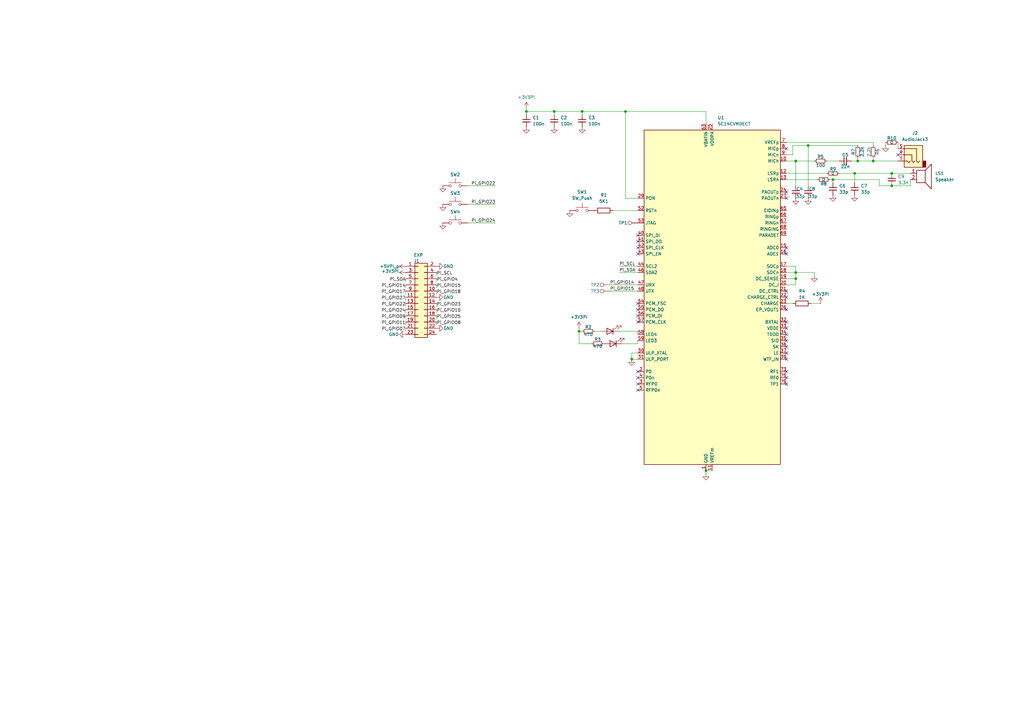
<source format=kicad_sch>
(kicad_sch (version 20231120) (generator "eeschema") (generator_version "8.0")
  (paper "A3")
  (lib_symbols
    (symbol "Connector:TestPoint" (pin_numbers hide) (pin_names (offset 0.762) hide)
      (property "Reference" "TP" (at 0 6.858 0))
      (property "Value" "TestPoint" (at 0 5.08 0))
      (symbol "TestPoint_0_1"
        (circle (center 0 3.302) (radius 0.762))
      )
      (symbol "TestPoint_1_1"
        (pin passive line (at 0 0 90) (length 2.54) (name "1") (number "1"))
      )
    )
    (symbol "Connector_Audio:AudioJack3"
      (property "Reference" "J" (at 0 8.89 0))
      (property "Value" "AudioJack3" (at 0 6.35 0))
      (symbol "AudioJack3_0_1"
        (rectangle (start -5.08 -5.08) (end -6.35 -2.54) (stroke (width 0.254)) (fill (type outline)))
        (polyline (pts (xy 0 -2.54) (xy 0.635 -3.175) (xy 1.27 -2.54) (xy 2.54 -2.54)) (stroke (width 0.254)))
        (polyline (pts (xy -1.905 -2.54) (xy -1.27 -3.175) (xy -0.635 -2.54) (xy -0.635 0) (xy 2.54 0)) (stroke (width 0.254)))
        (polyline (pts (xy 2.54 2.54) (xy -2.54 2.54) (xy -2.54 -2.54) (xy -3.175 -3.175) (xy -3.81 -2.54)) (stroke (width 0.254)))
        (rectangle (start 2.54 3.81) (end -5.08 -5.08) (stroke (width 0.254)) (fill (type background)))
      )
      (symbol "AudioJack3_1_1"
        (pin passive line (at 5.08 0 180) (length 2.54) (name "~") (number "R"))
        (pin passive line (at 5.08 2.54 180) (length 2.54) (name "~") (number "S"))
        (pin passive line (at 5.08 -2.54 180) (length 2.54) (name "~") (number "T"))
      )
    )
    (symbol "Connector_Generic:Conn_02x12_Odd_Even" (pin_names (offset 1.016) hide)
      (property "Reference" "J" (at 1.27 15.24 0))
      (property "Value" "Conn_02x12_Odd_Even" (at 1.27 -17.78 0))
      (symbol "Conn_02x12_Odd_Even_1_1"
        (rectangle (start -1.27 -15.113) (end 0 -15.367) (stroke (width 0.1524)))
        (rectangle (start -1.27 -12.573) (end 0 -12.827) (stroke (width 0.1524)))
        (rectangle (start -1.27 -10.033) (end 0 -10.287) (stroke (width 0.1524)))
        (rectangle (start -1.27 -7.493) (end 0 -7.747) (stroke (width 0.1524)))
        (rectangle (start -1.27 -4.953) (end 0 -5.207) (stroke (width 0.1524)))
        (rectangle (start -1.27 -2.413) (end 0 -2.667) (stroke (width 0.1524)))
        (rectangle (start -1.27 0.127) (end 0 -0.127) (stroke (width 0.1524)))
        (rectangle (start -1.27 2.667) (end 0 2.413) (stroke (width 0.1524)))
        (rectangle (start -1.27 5.207) (end 0 4.953) (stroke (width 0.1524)))
        (rectangle (start -1.27 7.747) (end 0 7.493) (stroke (width 0.1524)))
        (rectangle (start -1.27 10.287) (end 0 10.033) (stroke (width 0.1524)))
        (rectangle (start -1.27 12.827) (end 0 12.573) (stroke (width 0.1524)))
        (rectangle (start -1.27 13.97) (end 3.81 -16.51) (stroke (width 0.254)) (fill (type background)))
        (rectangle (start 3.81 -15.113) (end 2.54 -15.367) (stroke (width 0.1524)))
        (rectangle (start 3.81 -12.573) (end 2.54 -12.827) (stroke (width 0.1524)))
        (rectangle (start 3.81 -10.033) (end 2.54 -10.287) (stroke (width 0.1524)))
        (rectangle (start 3.81 -7.493) (end 2.54 -7.747) (stroke (width 0.1524)))
        (rectangle (start 3.81 -4.953) (end 2.54 -5.207) (stroke (width 0.1524)))
        (rectangle (start 3.81 -2.413) (end 2.54 -2.667) (stroke (width 0.1524)))
        (rectangle (start 3.81 0.127) (end 2.54 -0.127) (stroke (width 0.1524)))
        (rectangle (start 3.81 2.667) (end 2.54 2.413) (stroke (width 0.1524)))
        (rectangle (start 3.81 5.207) (end 2.54 4.953) (stroke (width 0.1524)))
        (rectangle (start 3.81 7.747) (end 2.54 7.493) (stroke (width 0.1524)))
        (rectangle (start 3.81 10.287) (end 2.54 10.033) (stroke (width 0.1524)))
        (rectangle (start 3.81 12.827) (end 2.54 12.573) (stroke (width 0.1524)))
        (pin passive line (at -5.08 12.7 0) (length 3.81) (name "Pin_1") (number "1"))
        (pin passive line (at 7.62 2.54 180) (length 3.81) (name "Pin_10") (number "10"))
        (pin passive line (at -5.08 0 0) (length 3.81) (name "Pin_11") (number "11"))
        (pin passive line (at 7.62 0 180) (length 3.81) (name "Pin_12") (number "12"))
        (pin passive line (at -5.08 -2.54 0) (length 3.81) (name "Pin_13") (number "13"))
        (pin passive line (at 7.62 -2.54 180) (length 3.81) (name "Pin_14") (number "14"))
        (pin passive line (at -5.08 -5.08 0) (length 3.81) (name "Pin_15") (number "15"))
        (pin passive line (at 7.62 -5.08 180) (length 3.81) (name "Pin_16") (number "16"))
        (pin passive line (at -5.08 -7.62 0) (length 3.81) (name "Pin_17") (number "17"))
        (pin passive line (at 7.62 -7.62 180) (length 3.81) (name "Pin_18") (number "18"))
        (pin passive line (at -5.08 -10.16 0) (length 3.81) (name "Pin_19") (number "19"))
        (pin passive line (at 7.62 12.7 180) (length 3.81) (name "Pin_2") (number "2"))
        (pin passive line (at 7.62 -10.16 180) (length 3.81) (name "Pin_20") (number "20"))
        (pin passive line (at -5.08 -12.7 0) (length 3.81) (name "Pin_21") (number "21"))
        (pin passive line (at 7.62 -12.7 180) (length 3.81) (name "Pin_22") (number "22"))
        (pin passive line (at -5.08 -15.24 0) (length 3.81) (name "Pin_23") (number "23"))
        (pin passive line (at 7.62 -15.24 180) (length 3.81) (name "Pin_24") (number "24"))
        (pin passive line (at -5.08 10.16 0) (length 3.81) (name "Pin_3") (number "3"))
        (pin passive line (at 7.62 10.16 180) (length 3.81) (name "Pin_4") (number "4"))
        (pin passive line (at -5.08 7.62 0) (length 3.81) (name "Pin_5") (number "5"))
        (pin passive line (at 7.62 7.62 180) (length 3.81) (name "Pin_6") (number "6"))
        (pin passive line (at -5.08 5.08 0) (length 3.81) (name "Pin_7") (number "7"))
        (pin passive line (at 7.62 5.08 180) (length 3.81) (name "Pin_8") (number "8"))
        (pin passive line (at -5.08 2.54 0) (length 3.81) (name "Pin_9") (number "9"))
      )
    )
    (symbol "Device:C_Small" (pin_numbers hide) (pin_names (offset 0.254) hide)
      (property "Reference" "C" (at 0.254 1.778 0))
      (property "Value" "C_Small" (at 0.254 -2.032 0))
      (symbol "C_Small_0_1"
        (polyline (pts (xy -1.524 -0.508) (xy 1.524 -0.508)) (stroke (width 0.3302)))
        (polyline (pts (xy -1.524 0.508) (xy 1.524 0.508)) (stroke (width 0.3048)))
      )
      (symbol "C_Small_1_1"
        (pin passive line (at 0 2.54 270) (length 2.032) (name "~") (number "1"))
        (pin passive line (at 0 -2.54 90) (length 2.032) (name "~") (number "2"))
      )
    )
    (symbol "Device:LED" (pin_numbers hide) (pin_names (offset 1.016) hide)
      (property "Reference" "D" (at 0 2.54 0))
      (property "Value" "LED" (at 0 -2.54 0))
      (symbol "LED_0_1"
        (polyline (pts (xy -1.27 -1.27) (xy -1.27 1.27)) (stroke (width 0.254)))
        (polyline (pts (xy -1.27 0) (xy 1.27 0)))
        (polyline (pts (xy 1.27 -1.27) (xy 1.27 1.27) (xy -1.27 0) (xy 1.27 -1.27)) (stroke (width 0.254)))
        (polyline (pts (xy -3.048 -0.762) (xy -4.572 -2.286) (xy -3.81 -2.286) (xy -4.572 -2.286) (xy -4.572 -1.524)))
        (polyline (pts (xy -1.778 -0.762) (xy -3.302 -2.286) (xy -2.54 -2.286) (xy -3.302 -2.286) (xy -3.302 -1.524)))
      )
      (symbol "LED_1_1"
        (pin passive line (at -3.81 0 0) (length 2.54) (name "K") (number "1"))
        (pin passive line (at 3.81 0 180) (length 2.54) (name "A") (number "2"))
      )
    )
    (symbol "Device:R" (pin_numbers hide) (pin_names (offset 0))
      (property "Reference" "R" (at 2.032 0 90))
      (property "Value" "R" (at 0 0 90))
      (symbol "R_0_1"
        (rectangle (start -1.016 -2.54) (end 1.016 2.54) (stroke (width 0.254)))
      )
      (symbol "R_1_1"
        (pin passive line (at 0 3.81 270) (length 1.27) (name "~") (number "1"))
        (pin passive line (at 0 -3.81 90) (length 1.27) (name "~") (number "2"))
      )
    )
    (symbol "Device:R_Small" (pin_numbers hide) (pin_names (offset 0.254) hide)
      (property "Reference" "R" (at 0.762 0.508 0))
      (property "Value" "R_Small" (at 0.762 -1.016 0))
      (symbol "R_Small_0_1"
        (rectangle (start -0.762 1.778) (end 0.762 -1.778) (stroke (width 0.2032)))
      )
      (symbol "R_Small_1_1"
        (pin passive line (at 0 2.54 270) (length 0.762) (name "~") (number "1"))
        (pin passive line (at 0 -2.54 90) (length 0.762) (name "~") (number "2"))
      )
    )
    (symbol "Device:Speaker" (pin_names (offset 0) hide)
      (property "Reference" "LS" (at 1.27 5.715 0))
      (property "Value" "Speaker" (at 1.27 3.81 0))
      (symbol "Speaker_0_0"
        (rectangle (start -2.54 1.27) (end 1.016 -3.81) (stroke (width 0.254)))
        (polyline (pts (xy 1.016 1.27) (xy 3.556 3.81) (xy 3.556 -6.35) (xy 1.016 -3.81)) (stroke (width 0.254)))
      )
      (symbol "Speaker_1_1"
        (pin input line (at -5.08 0 0) (length 2.54) (name "1") (number "1"))
        (pin input line (at -5.08 -2.54 0) (length 2.54) (name "2") (number "2"))
      )
    )
    (symbol "GND_1" (power) (pin_numbers hide) (pin_names (offset 0) hide)
      (property "Value" "GND" (at 0 -3.81 0))
      (symbol "GND_1_0_1"
        (polyline (pts (xy 0 0) (xy 0 -1.27) (xy 1.27 -1.27) (xy 0 -2.54) (xy -1.27 -1.27) (xy 0 -1.27)))
      )
      (symbol "GND_1_1_1"
        (pin power_in line (at 0 0 270) (length 0) (name "~") (number "1"))
      )
    )
    (symbol "GND_2" (power) (pin_numbers hide) (pin_names (offset 0) hide)
      (property "Value" "GND" (at 0 -3.81 0))
      (symbol "GND_2_0_1"
        (polyline (pts (xy 0 0) (xy 0 -1.27) (xy 1.27 -1.27) (xy 0 -2.54) (xy -1.27 -1.27) (xy 0 -1.27)))
      )
      (symbol "GND_2_1_1"
        (pin power_in line (at 0 0 270) (length 0) (name "~") (number "1"))
      )
    )
    (symbol "Switch:SW_Push" (pin_numbers hide) (pin_names (offset 1.016) hide)
      (property "Reference" "SW" (at 1.27 2.54 0))
      (property "Value" "SW_Push" (at 0 -1.524 0))
      (symbol "SW_Push_0_1"
        (circle (center -2.032 0) (radius 0.508))
        (polyline (pts (xy 0 1.27) (xy 0 3.048)))
        (polyline (pts (xy 2.54 1.27) (xy -2.54 1.27)))
        (circle (center 2.032 0) (radius 0.508))
        (pin passive line (at -5.08 0 0) (length 2.54) (name "1") (number "1"))
        (pin passive line (at 5.08 0 180) (length 2.54) (name "2") (number "2"))
      )
    )
    (symbol "custom_library:SC14CVMDECT"
      (property "Reference" "U" (at -27.94 71.12 0))
      (property "Value" "SC14CVMDECT" (at 27.94 71.12 0))
      (symbol "SC14CVMDECT_0_0"
        (rectangle (start 27.94 68.58) (end -27.94 -68.58) (stroke (width 0.254)) (fill (type background)))
        (pin power_in line (at -2.54 -71.12 90) (length 2.54) (name "GND") (number "1"))
        (pin input line (at 30.48 55.88 180) (length 2.54) (name "MICh") (number "10"))
        (pin power_out line (at 0 -71.12 90) (length 2.54) (name "VREFm") (number "11"))
        (pin output line (at 30.48 50.8 180) (length 2.54) (name "LSRp") (number "12"))
        (pin output line (at 30.48 48.26 180) (length 2.54) (name "LSRn") (number "13"))
        (pin passive line (at -2.54 -71.12 90) (length 2.54) hide (name "GND") (number "14"))
        (pin bidirectional line (at 30.48 20.32 180) (length 2.54) (name "ADC0") (number "15"))
        (pin bidirectional line (at 30.48 17.78 180) (length 2.54) (name "ADC1") (number "16"))
        (pin input line (at 30.48 12.7 180) (length 2.54) (name "SOCp") (number "17"))
        (pin input line (at 30.48 10.16 180) (length 2.54) (name "SOCn") (number "18"))
        (pin input line (at 30.48 7.62 180) (length 2.54) (name "DC_SENSE") (number "19"))
        (pin output line (at -30.48 -30.48 0) (length 2.54) (name "P0") (number "2"))
        (pin input line (at 30.48 5.08 180) (length 2.54) (name "DC_I") (number "20"))
        (pin output line (at 30.48 2.54 180) (length 2.54) (name "DC_CTRL") (number "21"))
        (pin output line (at 30.48 0 180) (length 2.54) (name "CHARGE_CTRL") (number "22"))
        (pin input line (at 30.48 -2.54 180) (length 2.54) (name "CHARGE") (number "23"))
        (pin bidirectional line (at 30.48 43.18 180) (length 2.54) (name "PAOUTp") (number "24"))
        (pin power_in line (at 0 71.12 270) (length 2.54) (name "VDDPA") (number "25"))
        (pin output line (at 30.48 -5.08 180) (length 2.54) (name "CP_VOUT1") (number "26"))
        (pin bidirectional line (at 30.48 40.64 180) (length 2.54) (name "PAOUTn") (number "27"))
        (pin passive line (at -2.54 -71.12 90) (length 2.54) hide (name "GND") (number "28"))
        (pin input line (at -30.48 40.64 0) (length 2.54) (name "PON") (number "29"))
        (pin output line (at -30.48 -35.56 0) (length 2.54) (name "RFP0") (number "3"))
        (pin input line (at -30.48 -22.86 0) (length 2.54) (name "ULP_XTAL") (number "30"))
        (pin input line (at -30.48 -25.4 0) (length 2.54) (name "ULP_PORT") (number "31"))
        (pin bidirectional line (at 30.48 -10.16 180) (length 2.54) (name "BXTAL") (number "32"))
        (pin bidirectional line (at 30.48 -12.7 180) (length 2.54) (name "VDDE") (number "33"))
        (pin bidirectional line (at 30.48 -15.24 180) (length 2.54) (name "TDOD") (number "34"))
        (pin bidirectional line (at 30.48 -17.78 180) (length 2.54) (name "SIO") (number "35"))
        (pin bidirectional line (at 30.48 -20.32 180) (length 2.54) (name "SK") (number "36"))
        (pin bidirectional line (at 30.48 -22.86 180) (length 2.54) (name "LE") (number "37"))
        (pin passive line (at -2.54 -71.12 90) (length 2.54) hide (name "GND") (number "38"))
        (pin bidirectional line (at 30.48 -25.4 180) (length 2.54) (name "WTF_IN") (number "39"))
        (pin output line (at -30.48 -33.02 0) (length 2.54) (name "P0n") (number "4"))
        (pin bidirectional line (at -30.48 25.4 0) (length 2.54) (name "SPI_DI") (number "40"))
        (pin bidirectional line (at -30.48 22.86 0) (length 2.54) (name "SPI_DO") (number "41"))
        (pin bidirectional line (at -30.48 20.32 0) (length 2.54) (name "SPI_CLK") (number "42"))
        (pin bidirectional line (at -30.48 17.78 0) (length 2.54) (name "SPI_EN") (number "43"))
        (pin bidirectional line (at -30.48 12.7 0) (length 2.54) (name "SCL2") (number "44"))
        (pin passive line (at -2.54 -71.12 90) (length 2.54) hide (name "GND") (number "45"))
        (pin bidirectional line (at -30.48 10.16 0) (length 2.54) (name "SDA2") (number "46"))
        (pin bidirectional line (at -30.48 5.08 0) (length 2.54) (name "URX") (number "47"))
        (pin output line (at -30.48 2.54 0) (length 2.54) (name "UTX") (number "48"))
        (pin passive line (at -2.54 -71.12 90) (length 2.54) hide (name "GND") (number "49"))
        (pin output line (at -30.48 -38.1 0) (length 2.54) (name "RFP0n") (number "5"))
        (pin passive line (at -2.54 -71.12 90) (length 2.54) hide (name "GND") (number "50"))
        (pin passive line (at -2.54 -71.12 90) (length 2.54) hide (name "GND") (number "51"))
        (pin input line (at -30.48 35.56 0) (length 2.54) (name "RSTn") (number "52"))
        (pin bidirectional line (at -30.48 30.48 0) (length 2.54) (name "JTAG") (number "53"))
        (pin bidirectional line (at -30.48 -2.54 0) (length 2.54) (name "PCM_FSC") (number "54"))
        (pin bidirectional line (at -30.48 -5.08 0) (length 2.54) (name "PCM_DO") (number "55"))
        (pin bidirectional line (at -30.48 -7.62 0) (length 2.54) (name "PCM_DI") (number "56"))
        (pin bidirectional line (at -30.48 -10.16 0) (length 2.54) (name "PCM_CLK") (number "57"))
        (pin bidirectional line (at -30.48 -15.24 0) (length 2.54) (name "LED4") (number "58"))
        (pin bidirectional line (at -30.48 -17.78 0) (length 2.54) (name "LED3") (number "59"))
        (pin passive line (at -2.54 -71.12 90) (length 2.54) hide (name "GND") (number "6"))
        (pin passive line (at -2.54 -71.12 90) (length 2.54) hide (name "GND") (number "60"))
        (pin no_connect line (at 27.94 -40.64 180) (length 2.54) hide (name "VDDOUT") (number "61"))
        (pin no_connect line (at 27.94 -43.18 180) (length 2.54) hide (name "VBATS") (number "62"))
        (pin power_in line (at -2.54 71.12 270) (length 2.54) (name "VBATIN") (number "63"))
        (pin passive line (at -2.54 71.12 270) (length 2.54) hide (name "VBATIN") (number "64"))
        (pin bidirectional line (at 30.48 35.56 180) (length 2.54) (name "CIDINp") (number "65"))
        (pin bidirectional line (at 30.48 33.02 180) (length 2.54) (name "RINGp") (number "66"))
        (pin bidirectional line (at 30.48 30.48 180) (length 2.54) (name "RINGn") (number "67"))
        (pin bidirectional line (at 30.48 27.94 180) (length 2.54) (name "RINGING") (number "68"))
        (pin bidirectional line (at 30.48 25.4 180) (length 2.54) (name "PARADET") (number "69"))
        (pin power_out line (at 30.48 63.5 180) (length 2.54) (name "VREFp") (number "7"))
        (pin passive line (at -2.54 -71.12 90) (length 2.54) hide (name "GND") (number "70"))
        (pin passive line (at -2.54 -71.12 90) (length 2.54) hide (name "GND") (number "71"))
        (pin passive line (at -2.54 -71.12 90) (length 2.54) hide (name "GND") (number "72"))
        (pin input line (at 30.48 -30.48 180) (length 2.54) (name "RF1") (number "73"))
        (pin passive line (at -2.54 -71.12 90) (length 2.54) hide (name "GND") (number "74"))
        (pin input line (at 30.48 -33.02 180) (length 2.54) (name "RF0") (number "75"))
        (pin passive line (at -2.54 -71.12 90) (length 2.54) hide (name "GND") (number "76"))
        (pin passive line (at -2.54 -71.12 90) (length 2.54) hide (name "GND") (number "77"))
        (pin passive line (at -2.54 -71.12 90) (length 2.54) hide (name "GND") (number "78"))
        (pin input line (at 30.48 -35.56 180) (length 2.54) (name "TP1") (number "79"))
        (pin input line (at 30.48 60.96 180) (length 2.54) (name "MICp") (number "8"))
        (pin passive line (at -2.54 -71.12 90) (length 2.54) hide (name "GND") (number "80"))
        (pin no_connect line (at 27.94 -45.72 180) (length 2.54) hide (name "TP2") (number "81"))
        (pin no_connect line (at 27.94 -48.26 180) (length 2.54) hide (name "TP3") (number "82"))
        (pin no_connect line (at 27.94 -50.8 180) (length 2.54) hide (name "TP4") (number "83"))
        (pin no_connect line (at 27.94 -53.34 180) (length 2.54) hide (name "TP5") (number "84"))
        (pin no_connect line (at 27.94 -55.88 180) (length 2.54) hide (name "TP6") (number "85"))
        (pin no_connect line (at 27.94 -58.42 180) (length 2.54) hide (name "TP7") (number "86"))
        (pin no_connect line (at 27.94 -60.96 180) (length 2.54) hide (name "TP8") (number "87"))
        (pin no_connect line (at 27.94 -63.5 180) (length 2.54) hide (name "TP9") (number "88"))
        (pin input line (at 30.48 58.42 180) (length 2.54) (name "MICn") (number "9"))
      )
    )
    (symbol "power:+3V3" (power) (pin_numbers hide) (pin_names (offset 0) hide)
      (property "Value" "+3V3" (at 0 3.556 0))
      (symbol "+3V3_0_1"
        (polyline (pts (xy -0.762 1.27) (xy 0 2.54)))
        (polyline (pts (xy 0 0) (xy 0 2.54)))
        (polyline (pts (xy 0 2.54) (xy 0.762 1.27)))
      )
      (symbol "+3V3_1_1"
        (pin power_in line (at 0 0 90) (length 0) (name "~") (number "1"))
      )
    )
    (symbol "power:+5V" (power) (pin_names (offset 0))
      (property "Value" "+5V" (at 0 3.556 0))
      (symbol "+5V_0_1"
        (polyline (pts (xy -0.762 1.27) (xy 0 2.54)))
        (polyline (pts (xy 0 0) (xy 0 2.54)))
        (polyline (pts (xy 0 2.54) (xy 0.762 1.27)))
      )
      (symbol "+5V_1_1"
        (pin power_in line (at 0 0 90) (length 0) hide (name "+5V") (number "1"))
      )
    )
    (symbol "power:GND" (power) (pin_names (offset 0))
      (property "Value" "GND" (at 0 -3.81 0))
      (symbol "GND_0_1"
        (polyline (pts (xy 0 0) (xy 0 -1.27) (xy 1.27 -1.27) (xy 0 -2.54) (xy -1.27 -1.27) (xy 0 -1.27)))
      )
      (symbol "GND_1_1"
        (pin power_in line (at 0 0 270) (length 0) hide (name "GND") (number "1"))
      )
    )
  )
  (junction (at 350.52 71.12))
  (junction (at 365.76 71.12))
  (junction (at 289.56 193.04))
  (junction (at 331.47 59.69))
  (junction (at 341.63 73.66))
  (junction (at 358.14 66.04))
  (junction (at 237.49 135.89))
  (junction (at 326.39 66.04))
  (junction (at 326.39 111.76))
  (junction (at 227.33 45.72))
  (junction (at 256.54 45.72))
  (junction (at 238.76 45.72))
  (junction (at 326.39 114.3))
  (junction (at 365.76 76.2))
  (junction (at 351.79 66.04))
  (junction (at 215.9 45.72))
  (junction (at 259.08 147.32))
  (no_connect (at 322.58 152.4))
  (no_connect (at 261.62 160.02))
  (no_connect (at 261.62 96.52))
  (no_connect (at 261.62 104.14))
  (no_connect (at 322.58 60.96))
  (no_connect (at 322.58 134.62))
  (no_connect (at 322.58 104.14))
  (no_connect (at 322.58 121.92))
  (no_connect (at 322.58 139.7))
  (no_connect (at 261.62 154.94))
  (no_connect (at 261.62 152.4))
  (no_connect (at 261.62 129.54))
  (no_connect (at 322.58 147.32))
  (no_connect (at 322.58 101.6))
  (no_connect (at 322.58 127))
  (no_connect (at 322.58 154.94))
  (no_connect (at 368.3 63.5))
  (no_connect (at 322.58 119.38))
  (no_connect (at 261.62 127))
  (no_connect (at 322.58 78.74))
  (no_connect (at 261.62 132.08))
  (no_connect (at 261.62 124.46))
  (no_connect (at 322.58 142.24))
  (no_connect (at 261.62 101.6))
  (no_connect (at 322.58 81.28))
  (no_connect (at 322.58 144.78))
  (no_connect (at 322.58 157.48))
  (no_connect (at 261.62 99.06))
  (no_connect (at 322.58 132.08))
  (no_connect (at 322.58 137.16))
  (no_connect (at 261.62 157.48))
  (wire (pts (xy 238.76 45.72) (xy 238.76 46.99)))
  (wire (pts (xy 191.77 83.82) (xy 203.2 83.82)))
  (wire (pts (xy 246.38 135.89) (xy 243.84 135.89)))
  (wire (pts (xy 322.58 66.04) (xy 326.39 66.04)))
  (wire (pts (xy 326.39 114.3) (xy 322.58 114.3)))
  (wire (pts (xy 332.74 124.46) (xy 336.55 124.46)))
  (wire (pts (xy 166.37 123.19) (xy 166.37 121.92)))
  (wire (pts (xy 227.33 45.72) (xy 238.76 45.72)))
  (wire (pts (xy 326.39 66.04) (xy 326.39 76.2)))
  (wire (pts (xy 166.37 115.57) (xy 166.37 114.3)))
  (wire (pts (xy 166.37 118.11) (xy 166.37 116.84)))
  (wire (pts (xy 325.12 63.5) (xy 325.12 59.69)))
  (wire (pts (xy 289.56 193.04) (xy 289.56 194.31)))
  (wire (pts (xy 358.14 64.77) (xy 358.14 66.04)))
  (wire (pts (xy 326.39 66.04) (xy 334.01 66.04)))
  (wire (pts (xy 256.54 45.72) (xy 289.56 45.72)))
  (wire (pts (xy 351.79 64.77) (xy 351.79 66.04)))
  (wire (pts (xy 341.63 73.66) (xy 340.36 73.66)))
  (wire (pts (xy 166.37 128.27) (xy 166.37 127)))
  (wire (pts (xy 238.76 135.89) (xy 237.49 135.89)))
  (wire (pts (xy 322.58 111.76) (xy 326.39 111.76)))
  (wire (pts (xy 261.62 140.97) (xy 261.62 139.7)))
  (wire (pts (xy 322.58 124.46) (xy 325.12 124.46)))
  (wire (pts (xy 179.07 133.35) (xy 179.07 132.08)))
  (wire (pts (xy 358.14 58.42) (xy 358.14 59.69)))
  (wire (pts (xy 339.09 66.04) (xy 344.17 66.04)))
  (wire (pts (xy 363.22 58.42) (xy 363.22 59.69)))
  (wire (pts (xy 373.38 76.2) (xy 373.38 73.66)))
  (wire (pts (xy 179.07 125.73) (xy 179.07 124.46)))
  (wire (pts (xy 215.9 44.45) (xy 215.9 45.72)))
  (wire (pts (xy 326.39 111.76) (xy 326.39 114.3)))
  (wire (pts (xy 237.49 135.89) (xy 237.49 140.97)))
  (wire (pts (xy 254 109.22) (xy 261.62 109.22)))
  (wire (pts (xy 322.58 109.22) (xy 326.39 109.22)))
  (wire (pts (xy 349.25 66.04) (xy 351.79 66.04)))
  (wire (pts (xy 179.07 115.57) (xy 179.07 114.3)))
  (wire (pts (xy 255.27 140.97) (xy 261.62 140.97)))
  (wire (pts (xy 179.07 130.81) (xy 179.07 129.54)))
  (wire (pts (xy 237.49 134.62) (xy 237.49 135.89)))
  (wire (pts (xy 261.62 135.89) (xy 261.62 137.16)))
  (wire (pts (xy 166.37 135.89) (xy 166.37 134.62)))
  (wire (pts (xy 215.9 45.72) (xy 215.9 46.99)))
  (wire (pts (xy 166.37 125.73) (xy 166.37 124.46)))
  (wire (pts (xy 365.76 71.12) (xy 373.38 71.12)))
  (wire (pts (xy 334.01 111.76) (xy 334.01 113.03)))
  (wire (pts (xy 289.56 193.04) (xy 292.1 193.04)))
  (wire (pts (xy 350.52 71.12) (xy 344.17 71.12)))
  (wire (pts (xy 250.19 119.38) (xy 261.62 119.38)))
  (wire (pts (xy 191.77 91.44) (xy 203.2 91.44)))
  (wire (pts (xy 179.07 118.11) (xy 179.07 116.84)))
  (wire (pts (xy 254 111.76) (xy 261.62 111.76)))
  (wire (pts (xy 350.52 71.12) (xy 365.76 71.12)))
  (wire (pts (xy 351.79 66.04) (xy 358.14 66.04)))
  (wire (pts (xy 166.37 133.35) (xy 166.37 132.08)))
  (wire (pts (xy 368.3 58.42) (xy 368.3 60.96)))
  (wire (pts (xy 237.49 140.97) (xy 242.57 140.97)))
  (wire (pts (xy 227.33 45.72) (xy 227.33 46.99)))
  (wire (pts (xy 256.54 81.28) (xy 261.62 81.28)))
  (wire (pts (xy 179.07 120.65) (xy 179.07 119.38)))
  (wire (pts (xy 322.58 58.42) (xy 358.14 58.42)))
  (wire (pts (xy 261.62 144.78) (xy 259.08 144.78)))
  (wire (pts (xy 254 135.89) (xy 261.62 135.89)))
  (wire (pts (xy 322.58 71.12) (xy 339.09 71.12)))
  (wire (pts (xy 289.56 45.72) (xy 289.56 50.8)))
  (wire (pts (xy 166.37 130.81) (xy 166.37 129.54)))
  (wire (pts (xy 326.39 111.76) (xy 334.01 111.76)))
  (wire (pts (xy 166.37 120.65) (xy 166.37 119.38)))
  (wire (pts (xy 322.58 73.66) (xy 335.28 73.66)))
  (wire (pts (xy 358.14 66.04) (xy 368.3 66.04)))
  (wire (pts (xy 259.08 147.32) (xy 261.62 147.32)))
  (wire (pts (xy 259.08 144.78) (xy 259.08 147.32)))
  (wire (pts (xy 331.47 59.69) (xy 331.47 76.2)))
  (wire (pts (xy 191.77 76.2) (xy 203.2 76.2)))
  (wire (pts (xy 238.76 45.72) (xy 256.54 45.72)))
  (wire (pts (xy 341.63 74.93) (xy 341.63 73.66)))
  (wire (pts (xy 251.46 86.36) (xy 261.62 86.36)))
  (wire (pts (xy 326.39 109.22) (xy 326.39 111.76)))
  (wire (pts (xy 256.54 45.72) (xy 256.54 81.28)))
  (wire (pts (xy 325.12 59.69) (xy 331.47 59.69)))
  (wire (pts (xy 215.9 45.72) (xy 227.33 45.72)))
  (wire (pts (xy 365.76 76.2) (xy 373.38 76.2)))
  (wire (pts (xy 331.47 59.69) (xy 351.79 59.69)))
  (wire (pts (xy 322.58 63.5) (xy 325.12 63.5)))
  (wire (pts (xy 250.19 116.84) (xy 261.62 116.84)))
  (wire (pts (xy 179.07 128.27) (xy 179.07 127)))
  (wire (pts (xy 350.52 74.93) (xy 350.52 71.12)))
  (wire (pts (xy 326.39 116.84) (xy 326.39 114.3)))
  (wire (pts (xy 322.58 116.84) (xy 326.39 116.84)))
  (wire (pts (xy 360.68 73.66) (xy 360.68 76.2)))
  (wire (pts (xy 179.07 113.03) (xy 179.07 111.76)))
  (wire (pts (xy 360.68 76.2) (xy 365.76 76.2)))
  (wire (pts (xy 341.63 73.66) (xy 360.68 73.66)))
  (label "Pi_GPIO11" (at 166.37 133.35 180))
  (label "Pi_GPIO23" (at 179.07 125.73 0))
  (label "Pi_GPIO18" (at 179.07 120.65 0))
  (label "Pi_SCL" (at 179.07 113.03 0))
  (label "Pi_GPIO17" (at 166.37 120.65 180))
  (label "Pi_GPIO14" (at 250.19 116.84 0))
  (label "Pi_GPIO4" (at 179.07 115.57 0))
  (label "Pi_GPIO22" (at 166.37 125.73 180))
  (label "Pi_GPIO15" (at 179.07 118.11 0))
  (label "Pi_GPIO15" (at 250.19 119.38 0))
  (label "Pi_GPIO27" (at 166.37 123.19 180))
  (label "Pi_GPIO08" (at 179.07 133.35 0))
  (label "Pi_GPIO07" (at 166.37 135.89 180))
  (label "Pi_GPIO24" (at 166.37 128.27 180))
  (label "Pi_GPIO09" (at 166.37 130.81 180))
  (label "Pi_SCL" (at 254 109.22 0))
  (label "Pi_GPIO24" (at 203.2 91.44 180))
  (label "Pi_GPIO14" (at 166.37 118.11 180))
  (label "Pi_GPIO10" (at 179.07 128.27 0))
  (label "Pi_GPIO23" (at 203.2 83.82 180))
  (label "Pi_GPIO25" (at 179.07 130.81 0))
  (label "Pi_GPIO22" (at 203.2 76.2 180))
  (label "Pi_SDA" (at 254 111.76 0))
  (label "Pi_SDA" (at 166.37 115.57 180))
  (symbol (lib_id "Device:C_Small") (at 238.76 49.53 0) (unit 1)
    (property "Reference" "C3" (at 241.3 48.2662 0) (effects (justify left)))
    (property "Value" "100n" (at 241.3 50.8062 0) (effects (justify left)))
    (property "Footprint" "Capacitor_SMD:C_0603_1608Metric" (effects (hide yes)))
    (property "Description" "Unpolarized capacitor, small symbol" (effects (hide yes)))
  )
  (symbol (lib_id "power:GND") (at 166.37 137.16 270) (unit 1)
    (property "Reference" "#PWR03" (effects (hide yes)))
    (property "Value" "GND" (at 159.4866 137.1346 90) (effects (justify left)))
  )
  (symbol (lib_name "GND_2") (lib_id "power:GND") (at 326.39 81.28 0) (mirror y) (unit 1)
    (property "Reference" "#PWR018" (effects (hide yes)))
    (property "Value" "GND" (effects (hide yes)))
    (property "Description" "Power symbol creates a global label with name \"GND\" , ground" (effects (hide yes)))
  )
  (symbol (lib_id "power:GND") (at 334.01 113.03 0) (unit 1)
    (property "Reference" "#PWR012" (effects (hide yes)))
    (property "Value" "GND" (effects (hide yes)))
    (property "Description" "Power symbol creates a global label with name \"GND\" , ground" (effects (hide yes)))
  )
  (symbol (lib_id "Switch:SW_Push") (at 186.69 76.2 0) (unit 1)
    (property "Reference" "SW2" (at 186.69 71.628 0))
    (property "Value" "SW_Push" (effects (hide yes)))
    (property "Footprint" "Button_Switch_SMD:SW_SPST_PTS647_Sx70" (effects (hide yes)))
    (property "Description" "Push button switch, generic, two pins" (effects (hide yes)))
  )
  (symbol (lib_id "Device:LED") (at 250.19 135.89 180) (unit 1)
    (property "Reference" "D2" (effects (hide yes)))
    (property "Value" "LED" (effects (hide yes)))
    (property "Footprint" "LED_SMD:LED_0603_1608Metric" (effects (hide yes)))
    (property "Description" "Light emitting diode" (effects (hide yes)))
  )
  (symbol (lib_id "Device:R_Small") (at 365.76 58.42 90) (unit 1)
    (property "Reference" "R10" (at 365.76 56.642 90))
    (property "Value" "0" (at 365.76 58.42 90))
    (property "Footprint" "Resistor_SMD:R_0603_1608Metric" (effects (hide yes)))
    (property "Description" "Resistor, small symbol" (effects (hide yes)))
  )
  (symbol (lib_id "Connector:TestPoint") (at 250.19 116.84 90) (unit 1)
    (property "Reference" "TP2" (at 244.094 116.84 90))
    (property "Value" "TestPoint" (effects (hide yes)))
    (property "Footprint" "TestPoint:TestPoint_Pad_D2.0mm" (effects (hide yes)))
    (property "Description" "test point" (effects (hide yes)))
  )
  (symbol (lib_name "GND_1") (lib_id "power:GND") (at 215.9 52.07 0) (unit 1)
    (property "Reference" "#PWR08" (effects (hide yes)))
    (property "Value" "GND" (effects (hide yes)))
    (property "Description" "Power symbol creates a global label with name \"GND\" , ground" (effects (hide yes)))
  )
  (symbol (lib_name "GND_1") (lib_id "power:GND") (at 181.61 83.82 0) (unit 1)
    (property "Reference" "#PWR023" (effects (hide yes)))
    (property "Value" "GND" (effects (hide yes)))
    (property "Description" "Power symbol creates a global label with name \"GND\" , ground" (effects (hide yes)))
  )
  (symbol (lib_id "Device:R") (at 247.65 86.36 90) (unit 1)
    (property "Reference" "R1" (at 247.65 80.01 90))
    (property "Value" "5K1" (at 247.65 82.55 90))
    (property "Footprint" "Resistor_SMD:R_0603_1608Metric" (effects (hide yes)))
    (property "Description" "Resistor" (effects (hide yes)))
  )
  (symbol (lib_name "GND_2") (lib_id "power:GND") (at 259.08 147.32 0) (unit 1)
    (property "Reference" "#PWR013" (effects (hide yes)))
    (property "Value" "GND" (effects (hide yes)))
    (property "Description" "Power symbol creates a global label with name \"GND\" , ground" (effects (hide yes)))
  )
  (symbol (lib_id "Device:C_Small") (at 365.76 73.66 0) (unit 1)
    (property "Reference" "C9" (at 368.3 72.3962 0) (effects (justify left)))
    (property "Value" "3.3n" (at 368.3 74.9362 0) (effects (justify left)))
    (property "Footprint" "Capacitor_SMD:C_0603_1608Metric" (effects (hide yes)))
    (property "Description" "Unpolarized capacitor, small symbol" (effects (hide yes)))
  )
  (symbol (lib_id "Connector_Generic:Conn_02x12_Odd_Even") (at 171.45 121.92 0) (unit 1)
    (property "Reference" "J1" (at 169.672 106.934 0) (effects (justify left)))
    (property "Value" "EXP" (at 169.672 104.648 0) (effects (justify left)))
    (property "Footprint" "beepis:BepisAddon_v1" (effects (hide yes)))
    (property "Description" "Generic connector, double row, 02x12, odd/even pin numbering scheme (row 1 odd numbers, row 2 even numbers), script generated (kicad-library-utils/schlib/autogen/connector/)" (effects (hide yes)))
  )
  (symbol (lib_id "Device:C_Small") (at 227.33 49.53 0) (unit 1)
    (property "Reference" "C2" (at 229.87 48.2662 0) (effects (justify left)))
    (property "Value" "100n" (at 229.87 50.8062 0) (effects (justify left)))
    (property "Footprint" "Capacitor_SMD:C_0603_1608Metric" (effects (hide yes)))
    (property "Description" "Unpolarized capacitor, small symbol" (effects (hide yes)))
  )
  (symbol (lib_id "power:+3V3") (at 166.37 111.76 90) (mirror x) (unit 1)
    (property "Reference" "#PWR02" (effects (hide yes)))
    (property "Value" "+3V3PI" (at 160.02 111.252 90))
    (property "Description" "Power symbol creates a global label with name \"+3V3\"" (effects (hide yes)))
  )
  (symbol (lib_id "power:GND") (at 179.07 109.22 90) (mirror x) (unit 1)
    (property "Reference" "#PWR04" (effects (hide yes)))
    (property "Value" "GND" (at 185.9534 109.1946 90) (effects (justify left)))
  )
  (symbol (lib_name "GND_2") (lib_id "power:GND") (at 350.52 80.01 0) (mirror y) (unit 1)
    (property "Reference" "#PWR020" (effects (hide yes)))
    (property "Value" "GND" (effects (hide yes)))
    (property "Description" "Power symbol creates a global label with name \"GND\" , ground" (effects (hide yes)))
  )
  (symbol (lib_id "Switch:SW_Push") (at 186.69 91.44 0) (unit 1)
    (property "Reference" "SW4" (at 186.69 86.868 0))
    (property "Value" "SW_Push" (effects (hide yes)))
    (property "Footprint" "Button_Switch_SMD:SW_SPST_PTS647_Sx70" (effects (hide yes)))
    (property "Description" "Push button switch, generic, two pins" (effects (hide yes)))
  )
  (symbol (lib_id "Device:C_Small") (at 341.63 77.47 0) (unit 1)
    (property "Reference" "C6" (at 344.17 76.2062 0) (effects (justify left)))
    (property "Value" "33p" (at 344.17 78.7462 0) (effects (justify left)))
    (property "Footprint" "Capacitor_SMD:C_0603_1608Metric" (effects (hide yes)))
    (property "Description" "Unpolarized capacitor, small symbol" (effects (hide yes)))
  )
  (symbol (lib_name "GND_1") (lib_id "power:GND") (at 227.33 52.07 0) (unit 1)
    (property "Reference" "#PWR09" (effects (hide yes)))
    (property "Value" "GND" (effects (hide yes)))
    (property "Description" "Power symbol creates a global label with name \"GND\" , ground" (effects (hide yes)))
  )
  (symbol (lib_id "Connector:TestPoint") (at 250.19 119.38 90) (unit 1)
    (property "Reference" "TP3" (at 244.094 119.38 90))
    (property "Value" "TestPoint" (effects (hide yes)))
    (property "Footprint" "TestPoint:TestPoint_Pad_D2.0mm" (effects (hide yes)))
    (property "Description" "test point" (effects (hide yes)))
  )
  (symbol (lib_id "Connector:TestPoint") (at 261.62 91.44 90) (unit 1)
    (property "Reference" "TP1" (at 255.524 91.44 90))
    (property "Value" "TestPoint" (effects (hide yes)))
    (property "Footprint" "TestPoint:TestPoint_Pad_D2.0mm" (effects (hide yes)))
    (property "Description" "test point" (effects (hide yes)))
  )
  (symbol (lib_id "power:+5V") (at 166.37 109.22 90) (mirror x) (unit 1)
    (property "Reference" "#PWR01" (effects (hide yes)))
    (property "Value" "+5VPI_p" (at 159.766 109.22 90))
  )
  (symbol (lib_id "Device:R_Small") (at 341.63 71.12 90) (unit 1)
    (property "Reference" "R9" (at 341.63 69.342 90))
    (property "Value" "0" (at 341.63 71.12 90))
    (property "Footprint" "Resistor_SMD:R_0603_1608Metric" (effects (hide yes)))
    (property "Description" "Resistor, small symbol" (effects (hide yes)))
  )
  (symbol (lib_name "GND_1") (lib_id "power:GND") (at 181.61 76.2 0) (unit 1)
    (property "Reference" "#PWR022" (effects (hide yes)))
    (property "Value" "GND" (effects (hide yes)))
    (property "Description" "Power symbol creates a global label with name \"GND\" , ground" (effects (hide yes)))
  )
  (symbol (lib_id "Device:C_Small") (at 350.52 77.47 0) (unit 1)
    (property "Reference" "C7" (at 353.06 76.2062 0) (effects (justify left)))
    (property "Value" "33p" (at 353.06 78.7462 0) (effects (justify left)))
    (property "Footprint" "Capacitor_SMD:C_0603_1608Metric" (effects (hide yes)))
    (property "Description" "Unpolarized capacitor, small symbol" (effects (hide yes)))
  )
  (symbol (lib_id "Device:LED") (at 251.46 140.97 180) (unit 1)
    (property "Reference" "D1" (effects (hide yes)))
    (property "Value" "LED" (effects (hide yes)))
    (property "Footprint" "LED_SMD:LED_0603_1608Metric" (effects (hide yes)))
    (property "Description" "Light emitting diode" (effects (hide yes)))
  )
  (symbol (lib_id "custom_library:SC14CVMDECT") (at 292.1 121.92 0) (unit 1)
    (property "Reference" "U1" (at 294.2941 48.26 0) (effects (justify left)))
    (property "Value" "SC14CVMDECT" (at 294.2941 50.8 0) (effects (justify left)))
    (property "Footprint" "custom_library:SC14CVMDECT" (effects (hide yes)))
    (property "Datasheet" "https://4donline.ihs.com/images/VipMasterIC/IC/RNCC/RNCC-S-A0015592214/RNCC-S-A0015785019-1.pdf?hkey=6D3A4C79FDBF58556ACFDE234799DDF0" (effects (hide yes)))
    (property "Description" "The SC14CVMDECT SF is a member of the Cordless\nModule family with integrated radio transceiver and\nbaseband processor in a single package. It is designed\nfor hosted and embedded cordless voice and data\napplications in the DECT frequency band. Its simple to\nuse API commands allow easy setup of a wireless link\nbetween two or more nodes." (effects (hide yes)))
  )
  (symbol (lib_id "Device:R") (at 328.93 124.46 90) (unit 1)
    (property "Reference" "R4" (at 328.93 119.38 90))
    (property "Value" "1K" (at 328.93 121.92 90))
    (property "Footprint" "Resistor_SMD:R_0603_1608Metric" (effects (hide yes)))
    (property "Description" "Resistor" (effects (hide yes)))
  )
  (symbol (lib_id "power:+3V3") (at 215.9 44.45 0) (mirror y) (unit 1)
    (property "Reference" "#PWR07" (effects (hide yes)))
    (property "Value" "+3V3PI" (at 215.9 39.878 0))
    (property "Description" "Power symbol creates a global label with name \"+3V3\"" (effects (hide yes)))
  )
  (symbol (lib_id "Device:R_Small") (at 336.55 66.04 90) (unit 1)
    (property "Reference" "R5" (at 336.55 64.262 90))
    (property "Value" "100" (at 336.55 67.818 90))
    (property "Footprint" "Resistor_SMD:R_0603_1608Metric" (effects (hide yes)))
    (property "Description" "Resistor, small symbol" (effects (hide yes)))
  )
  (symbol (lib_id "power:+3V3") (at 336.55 124.46 0) (mirror y) (unit 1)
    (property "Reference" "#PWR015" (effects (hide yes)))
    (property "Value" "+3V3PI" (at 336.55 120.65 0))
    (property "Description" "Power symbol creates a global label with name \"+3V3\"" (effects (hide yes)))
  )
  (symbol (lib_id "Device:R_Small") (at 358.14 62.23 0) (mirror x) (unit 1)
    (property "Reference" "R6" (at 359.918 62.23 90))
    (property "Value" "2.2k" (at 356.362 62.23 90))
    (property "Footprint" "Resistor_SMD:R_0603_1608Metric" (effects (hide yes)))
    (property "Description" "Resistor, small symbol" (effects (hide yes)))
  )
  (symbol (lib_id "Switch:SW_Push") (at 238.76 86.36 0) (unit 1)
    (property "Reference" "SW1" (at 238.76 78.74 0))
    (property "Value" "SW_Push" (at 238.76 81.28 0))
    (property "Footprint" "Button_Switch_SMD:SW_SPST_PTS647_Sx70" (effects (hide yes)))
    (property "Description" "Push button switch, generic, two pins" (effects (hide yes)))
  )
  (symbol (lib_id "Device:R_Small") (at 351.79 62.23 180) (unit 1)
    (property "Reference" "R7" (at 350.012 62.23 90))
    (property "Value" "2.2k" (at 353.568 62.23 90))
    (property "Footprint" "Resistor_SMD:R_0603_1608Metric" (effects (hide yes)))
    (property "Description" "Resistor, small symbol" (effects (hide yes)))
  )
  (symbol (lib_id "Device:R_Small") (at 241.3 135.89 90) (unit 1)
    (property "Reference" "R2" (at 241.3 134.112 90))
    (property "Value" "470" (at 241.3 137.16 90))
    (property "Footprint" "Resistor_SMD:R_0603_1608Metric" (effects (hide yes)))
    (property "Description" "Resistor, small symbol" (effects (hide yes)))
  )
  (symbol (lib_id "Device:C_Small") (at 346.71 66.04 90) (unit 1)
    (property "Reference" "C5" (at 346.71 63.5 90))
    (property "Value" "22n" (at 346.71 68.326 90))
    (property "Footprint" "Capacitor_SMD:C_0603_1608Metric" (effects (hide yes)))
    (property "Description" "Unpolarized capacitor, small symbol" (effects (hide yes)))
  )
  (symbol (lib_id "Device:R_Small") (at 337.82 73.66 90) (unit 1)
    (property "Reference" "R8" (at 337.82 75.438 90))
    (property "Value" "0" (at 337.82 73.66 90))
    (property "Footprint" "Resistor_SMD:R_0603_1608Metric" (effects (hide yes)))
    (property "Description" "Resistor, small symbol" (effects (hide yes)))
  )
  (symbol (lib_id "power:GND") (at 179.07 121.92 90) (unit 1)
    (property "Reference" "#PWR05" (effects (hide yes)))
    (property "Value" "GND" (at 185.9534 121.9454 90) (effects (justify left)))
  )
  (symbol (lib_name "GND_2") (lib_id "power:GND") (at 289.56 194.31 0) (unit 1)
    (property "Reference" "#PWR016" (effects (hide yes)))
    (property "Value" "GND" (effects (hide yes)))
    (property "Description" "Power symbol creates a global label with name \"GND\" , ground" (effects (hide yes)))
  )
  (symbol (lib_id "Device:R_Small") (at 245.11 140.97 90) (unit 1)
    (property "Reference" "R3" (at 245.11 139.192 90))
    (property "Value" "470" (at 245.11 141.986 90))
    (property "Footprint" "Resistor_SMD:R_0603_1608Metric" (effects (hide yes)))
    (property "Description" "Resistor, small symbol" (effects (hide yes)))
  )
  (symbol (lib_name "GND_2") (lib_id "power:GND") (at 331.47 81.28 0) (mirror y) (unit 1)
    (property "Reference" "#PWR021" (effects (hide yes)))
    (property "Value" "GND" (effects (hide yes)))
    (property "Description" "Power symbol creates a global label with name \"GND\" , ground" (effects (hide yes)))
  )
  (symbol (lib_id "Device:C_Small") (at 326.39 78.74 0) (unit 1)
    (property "Reference" "C4" (at 326.644 77.47 0) (effects (justify left)))
    (property "Value" "33p" (at 326.39 80.518 0) (effects (justify left)))
    (property "Footprint" "Capacitor_SMD:C_0603_1608Metric" (effects (hide yes)))
    (property "Description" "Unpolarized capacitor, small symbol" (effects (hide yes)))
  )
  (symbol (lib_id "Device:Speaker") (at 378.46 71.12 0) (unit 1)
    (property "Reference" "LS1" (at 383.54 71.1199 0) (effects (justify left)))
    (property "Value" "Speaker" (at 383.54 73.6599 0) (effects (justify left)))
    (property "Footprint" "Connector_PinHeader_2.54mm:PinHeader_1x02_P2.54mm_Vertical" (effects (hide yes)))
    (property "Description" "Speaker" (effects (hide yes)))
  )
  (symbol (lib_name "GND_1") (lib_id "power:GND") (at 181.61 91.44 0) (unit 1)
    (property "Reference" "#PWR024" (effects (hide yes)))
    (property "Value" "GND" (effects (hide yes)))
    (property "Description" "Power symbol creates a global label with name \"GND\" , ground" (effects (hide yes)))
  )
  (symbol (lib_id "Switch:SW_Push") (at 186.69 83.82 0) (unit 1)
    (property "Reference" "SW3" (at 186.69 79.248 0))
    (property "Value" "SW_Push" (effects (hide yes)))
    (property "Footprint" "Button_Switch_SMD:SW_SPST_PTS647_Sx70" (effects (hide yes)))
    (property "Description" "Push button switch, generic, two pins" (effects (hide yes)))
  )
  (symbol (lib_name "GND_2") (lib_id "power:GND") (at 341.63 80.01 0) (mirror y) (unit 1)
    (property "Reference" "#PWR019" (effects (hide yes)))
    (property "Value" "GND" (effects (hide yes)))
    (property "Description" "Power symbol creates a global label with name \"GND\" , ground" (effects (hide yes)))
  )
  (symbol (lib_id "Connector_Audio:AudioJack3") (at 373.38 63.5 0) (mirror y) (unit 1)
    (property "Reference" "J2" (at 375.285 54.61 0))
    (property "Value" "AudioJack3" (at 375.285 57.15 0))
    (property "Footprint" "Connector_Audio:Jack_3.5mm_Lumberg_1503_02_Horizontal" (effects (hide yes)))
    (property "Description" "Audio Jack, 3 Poles (Stereo / TRS)" (effects (hide yes)))
  )
  (symbol (lib_id "Device:C_Small") (at 331.47 78.74 0) (unit 1)
    (property "Reference" "C8" (at 331.724 77.47 0) (effects (justify left)))
    (property "Value" "33p" (at 331.47 80.518 0) (effects (justify left)))
    (property "Footprint" "Capacitor_SMD:C_0603_1608Metric" (effects (hide yes)))
    (property "Description" "Unpolarized capacitor, small symbol" (effects (hide yes)))
  )
  (symbol (lib_name "GND_1") (lib_id "power:GND") (at 233.68 86.36 0) (unit 1)
    (property "Reference" "#PWR011" (effects (hide yes)))
    (property "Value" "GND" (effects (hide yes)))
    (property "Description" "Power symbol creates a global label with name \"GND\" , ground" (effects (hide yes)))
  )
  (symbol (lib_name "GND_2") (lib_id "power:GND") (at 363.22 59.69 0) (mirror y) (unit 1)
    (property "Reference" "#PWR017" (effects (hide yes)))
    (property "Value" "GND" (effects (hide yes)))
    (property "Description" "Power symbol creates a global label with name \"GND\" , ground" (effects (hide yes)))
  )
  (symbol (lib_name "GND_1") (lib_id "power:GND") (at 238.76 52.07 0) (unit 1)
    (property "Reference" "#PWR010" (effects (hide yes)))
    (property "Value" "GND" (effects (hide yes)))
    (property "Description" "Power symbol creates a global label with name \"GND\" , ground" (effects (hide yes)))
  )
  (symbol (lib_id "Device:C_Small") (at 215.9 49.53 0) (unit 1)
    (property "Reference" "C1" (at 218.44 48.2662 0) (effects (justify left)))
    (property "Value" "100n" (at 218.44 50.8062 0) (effects (justify left)))
    (property "Footprint" "Capacitor_SMD:C_0603_1608Metric" (effects (hide yes)))
    (property "Description" "Unpolarized capacitor, small symbol" (effects (hide yes)))
  )
  (symbol (lib_id "power:GND") (at 179.07 134.62 90) (unit 1)
    (property "Reference" "#PWR06" (effects (hide yes)))
    (property "Value" "GND" (at 185.9534 134.6454 90) (effects (justify left)))
  )
  (symbol (lib_id "power:+3V3") (at 237.49 134.62 0) (mirror y) (unit 1)
    (property "Reference" "#PWR014" (effects (hide yes)))
    (property "Value" "+3V3PI" (at 237.49 130.048 0))
    (property "Description" "Power symbol creates a global label with name \"+3V3\"" (effects (hide yes)))
  )
)
</source>
